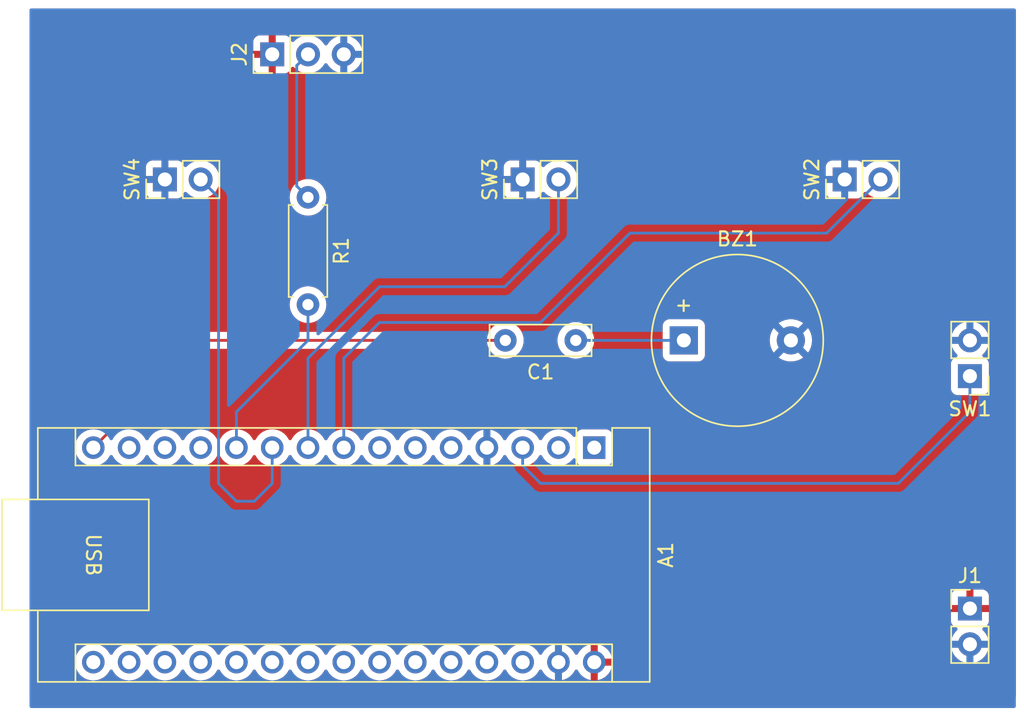
<source format=kicad_pcb>
(kicad_pcb (version 20221018) (generator pcbnew)
  (layers (0 "F.Cu" signal) (31 "B.Cu" signal) (34 "B.Paste" user) (35 "F.Paste" user) (36 "B.SilkS" user "B.Silkscreen") (37 "F.SilkS" user "F.Silkscreen") (38 "B.Mask" user) (39 "F.Mask" user) (44 "Edge.Cuts" user))
  (net 0 "")
  (net 3 "Net-(A1-~{RESET}-Pad3)")
  (net 4 "GND")
  (net 8 "Net-(A1-D5)")
  (net 9 "Net-(A1-D6)")
  (net 10 "Net-(A1-D7)")
  (net 11 "Net-(A1-D8)")
  (net 15 "Net-(A1-D12)")
  (net 27 "+5V")
  (net 29 "VCC")
  (net 30 "Net-(BZ1-+)")
  (net 31 "Net-(J2-Pin_2)")
  (footprint "Resistor_THT:R_Axial_DIN0207_L6.3mm_D2.5mm_P7.62mm_Horizontal" (layer "F.Cu") (at 119.38 85.09 -90)
    (fp_text reference "R1" (at 3.81 -2.37 -270) (layer "F.SilkS"))
    (fp_text value "500")
    (fp_line (start 0.54 -1.37) (end 7.08 -1.37) (stroke (width 0.12)) (layer "F.SilkS"))
    (fp_line (start 0.54 -1.04) (end 0.54 -1.37) (stroke (width 0.12)) (layer "F.SilkS"))
    (fp_line (start 0.54 1.04) (end 0.54 1.37) (stroke (width 0.12)) (layer "F.SilkS"))
    (fp_line (start 0.54 1.37) (end 7.08 1.37) (stroke (width 0.12)) (layer "F.SilkS"))
    (fp_line (start 7.08 -1.37) (end 7.08 -1.04) (stroke (width 0.12)) (layer "F.SilkS"))
    (fp_line (start 7.08 1.37) (end 7.08 1.04) (stroke (width 0.12)) (layer "F.SilkS"))
    (pad "1" thru_hole circle (at 0 0 270) (size 1.6 1.6) (drill 0.8) (layers "*.Cu" "*.Mask") (net 31 "Net-(J2-Pin_2)"))
    (pad "2" thru_hole oval (at 7.62 0 270) (size 1.6 1.6) (drill 0.8) (layers "*.Cu" "*.Mask") (net 11 "Net-(A1-D8)"))
  )
  (footprint "Capacitor_THT:C_Rect_L7.0mm_W2.0mm_P5.00mm" (layer "F.Cu") (at 138.39 95.25 180)
    (fp_text reference "C1" (at 2.5 -2.25) (layer "F.SilkS"))
    (fp_text value "1µF")
    (fp_line (start -1.12 -1.12) (end -1.12 1.12) (stroke (width 0.12)) (layer "F.SilkS"))
    (fp_line (start -1.12 -1.12) (end 6.12 -1.12) (stroke (width 0.12)) (layer "F.SilkS"))
    (fp_line (start -1.12 1.12) (end 6.12 1.12) (stroke (width 0.12)) (layer "F.SilkS"))
    (fp_line (start 6.12 -1.12) (end 6.12 1.12) (stroke (width 0.12)) (layer "F.SilkS"))
    (pad "1" thru_hole circle (at 0 0 180) (size 1.6 1.6) (drill 0.8) (layers "*.Cu" "*.Mask") (net 30 "Net-(BZ1-+)"))
    (pad "2" thru_hole circle (at 5 0 180) (size 1.6 1.6) (drill 0.8) (layers "*.Cu" "*.Mask") (net 15 "Net-(A1-D12)"))
  )
  (footprint "Connector_PinHeader_2.54mm:PinHeader_1x02_P2.54mm_Vertical" (layer "F.Cu") (at 166.37 97.79 180)
    (fp_text reference "SW1" (at 0 -2.33) (layer "F.SilkS"))
    (fp_text value "reset")
    (fp_line (start -1.33 -1.33) (end 0 -1.33) (stroke (width 0.12)) (layer "F.SilkS"))
    (fp_line (start -1.33 0) (end -1.33 -1.33) (stroke (width 0.12)) (layer "F.SilkS"))
    (fp_line (start -1.33 1.27) (end -1.33 3.87) (stroke (width 0.12)) (layer "F.SilkS"))
    (fp_line (start -1.33 1.27) (end 1.33 1.27) (stroke (width 0.12)) (layer "F.SilkS"))
    (fp_line (start -1.33 3.87) (end 1.33 3.87) (stroke (width 0.12)) (layer "F.SilkS"))
    (fp_line (start 1.33 1.27) (end 1.33 3.87) (stroke (width 0.12)) (layer "F.SilkS"))
    (pad "1" thru_hole rect (at 0 0 180) (size 1.7 1.7) (drill 1) (layers "*.Cu" "*.Mask") (net 3 "Net-(A1-~{RESET}-Pad3)"))
    (pad "2" thru_hole oval (at 0 2.54 180) (size 1.7 1.7) (drill 1) (layers "*.Cu" "*.Mask") (net 4 "GND"))
  )
  (footprint "Connector_PinHeader_2.54mm:PinHeader_1x03_P2.54mm_Vertical" (layer "F.Cu") (at 116.84 74.93 90)
    (fp_text reference "J2" (at 0 -2.33 90) (layer "F.SilkS"))
    (fp_text value "neo")
    (fp_line (start -1.33 -1.33) (end 0 -1.33) (stroke (width 0.12)) (layer "F.SilkS"))
    (fp_line (start -1.33 0) (end -1.33 -1.33) (stroke (width 0.12)) (layer "F.SilkS"))
    (fp_line (start -1.33 1.27) (end -1.33 6.41) (stroke (width 0.12)) (layer "F.SilkS"))
    (fp_line (start -1.33 1.27) (end 1.33 1.27) (stroke (width 0.12)) (layer "F.SilkS"))
    (fp_line (start -1.33 6.41) (end 1.33 6.41) (stroke (width 0.12)) (layer "F.SilkS"))
    (fp_line (start 1.33 1.27) (end 1.33 6.41) (stroke (width 0.12)) (layer "F.SilkS"))
    (pad "1" thru_hole rect (at 0 0 90) (size 1.7 1.7) (drill 1) (layers "*.Cu" "*.Mask") (net 29 "VCC"))
    (pad "2" thru_hole oval (at 0 2.54 90) (size 1.7 1.7) (drill 1) (layers "*.Cu" "*.Mask") (net 31 "Net-(J2-Pin_2)"))
    (pad "3" thru_hole oval (at 0 5.08 90) (size 1.7 1.7) (drill 1) (layers "*.Cu" "*.Mask") (net 4 "GND"))
  )
  (footprint "Connector_PinHeader_2.54mm:PinHeader_1x02_P2.54mm_Vertical" (layer "F.Cu") (at 134.62 83.82 90)
    (fp_text reference "SW3" (at 0 -2.33 90) (layer "F.SilkS"))
    (fp_text value "down")
    (fp_line (start -1.33 -1.33) (end 0 -1.33) (stroke (width 0.12)) (layer "F.SilkS"))
    (fp_line (start -1.33 0) (end -1.33 -1.33) (stroke (width 0.12)) (layer "F.SilkS"))
    (fp_line (start -1.33 1.27) (end -1.33 3.87) (stroke (width 0.12)) (layer "F.SilkS"))
    (fp_line (start -1.33 1.27) (end 1.33 1.27) (stroke (width 0.12)) (layer "F.SilkS"))
    (fp_line (start -1.33 3.87) (end 1.33 3.87) (stroke (width 0.12)) (layer "F.SilkS"))
    (fp_line (start 1.33 1.27) (end 1.33 3.87) (stroke (width 0.12)) (layer "F.SilkS"))
    (pad "1" thru_hole rect (at 0 0 90) (size 1.7 1.7) (drill 1) (layers "*.Cu" "*.Mask") (net 4 "GND"))
    (pad "2" thru_hole oval (at 0 2.54 90) (size 1.7 1.7) (drill 1) (layers "*.Cu" "*.Mask") (net 9 "Net-(A1-D6)"))
  )
  (footprint "Connector_PinHeader_2.54mm:PinHeader_1x02_P2.54mm_Vertical" (layer "F.Cu") (at 166.37 114.3)
    (fp_text reference "J1" (at 0 -2.33) (layer "F.SilkS"))
    (fp_text value "5-7V DC")
    (fp_line (start -1.33 -1.33) (end 0 -1.33) (stroke (width 0.12)) (layer "F.SilkS"))
    (fp_line (start -1.33 0) (end -1.33 -1.33) (stroke (width 0.12)) (layer "F.SilkS"))
    (fp_line (start -1.33 1.27) (end -1.33 3.87) (stroke (width 0.12)) (layer "F.SilkS"))
    (fp_line (start -1.33 1.27) (end 1.33 1.27) (stroke (width 0.12)) (layer "F.SilkS"))
    (fp_line (start -1.33 3.87) (end 1.33 3.87) (stroke (width 0.12)) (layer "F.SilkS"))
    (fp_line (start 1.33 1.27) (end 1.33 3.87) (stroke (width 0.12)) (layer "F.SilkS"))
    (pad "1" thru_hole rect (at 0 0) (size 1.7 1.7) (drill 1) (layers "*.Cu" "*.Mask") (net 29 "VCC"))
    (pad "2" thru_hole oval (at 0 2.54) (size 1.7 1.7) (drill 1) (layers "*.Cu" "*.Mask") (net 4 "GND"))
  )
  (footprint "Buzzer_Beeper:Buzzer_12x9.5RM7.6" (layer "F.Cu") (at 146.06 95.25)
    (fp_text reference "BZ1" (at 3.8 -7.2) (layer "F.SilkS"))
    (fp_text value "Buzzer")
    (fp_text user "+" (at -0.01 -2.54) (layer "F.SilkS"))
    (fp_circle (center 3.8 0) (end 9.9 0) (stroke (width 0.12)) (fill none) (layer "F.SilkS"))
    (pad "1" thru_hole rect (at 0 0) (size 2 2) (drill 1) (layers "*.Cu" "*.Mask") (net 30 "Net-(BZ1-+)"))
    (pad "2" thru_hole circle (at 7.6 0) (size 2 2) (drill 1) (layers "*.Cu" "*.Mask") (net 4 "GND"))
  )
  (footprint "Connector_PinHeader_2.54mm:PinHeader_1x02_P2.54mm_Vertical" (layer "F.Cu") (at 109.22 83.82 90)
    (fp_text reference "SW4" (at 0 -2.33 90) (layer "F.SilkS"))
    (fp_text value "left")
    (fp_line (start -1.33 -1.33) (end 0 -1.33) (stroke (width 0.12)) (layer "F.SilkS"))
    (fp_line (start -1.33 0) (end -1.33 -1.33) (stroke (width 0.12)) (layer "F.SilkS"))
    (fp_line (start -1.33 1.27) (end -1.33 3.87) (stroke (width 0.12)) (layer "F.SilkS"))
    (fp_line (start -1.33 1.27) (end 1.33 1.27) (stroke (width 0.12)) (layer "F.SilkS"))
    (fp_line (start -1.33 3.87) (end 1.33 3.87) (stroke (width 0.12)) (layer "F.SilkS"))
    (fp_line (start 1.33 1.27) (end 1.33 3.87) (stroke (width 0.12)) (layer "F.SilkS"))
    (pad "1" thru_hole rect (at 0 0 90) (size 1.7 1.7) (drill 1) (layers "*.Cu" "*.Mask") (net 4 "GND"))
    (pad "2" thru_hole oval (at 0 2.54 90) (size 1.7 1.7) (drill 1) (layers "*.Cu" "*.Mask") (net 10 "Net-(A1-D7)"))
  )
  (footprint "Connector_PinHeader_2.54mm:PinHeader_1x02_P2.54mm_Vertical" (layer "F.Cu") (at 157.48 83.82 90)
    (fp_text reference "SW2" (at 0 -2.33 90) (layer "F.SilkS"))
    (fp_text value "right")
    (fp_line (start -1.33 -1.33) (end 0 -1.33) (stroke (width 0.12)) (layer "F.SilkS"))
    (fp_line (start -1.33 0) (end -1.33 -1.33) (stroke (width 0.12)) (layer "F.SilkS"))
    (fp_line (start -1.33 1.27) (end -1.33 3.87) (stroke (width 0.12)) (layer "F.SilkS"))
    (fp_line (start -1.33 1.27) (end 1.33 1.27) (stroke (width 0.12)) (layer "F.SilkS"))
    (fp_line (start -1.33 3.87) (end 1.33 3.87) (stroke (width 0.12)) (layer "F.SilkS"))
    (fp_line (start 1.33 1.27) (end 1.33 3.87) (stroke (width 0.12)) (layer "F.SilkS"))
    (pad "1" thru_hole rect (at 0 0 90) (size 1.7 1.7) (drill 1) (layers "*.Cu" "*.Mask") (net 4 "GND"))
    (pad "2" thru_hole oval (at 0 2.54 90) (size 1.7 1.7) (drill 1) (layers "*.Cu" "*.Mask") (net 8 "Net-(A1-D5)"))
  )
  (footprint "Module:Arduino_Nano" (layer "F.Cu") (at 139.7 102.87 -90)
    (fp_text reference "A1" (at 7.62 -5.08 -270) (layer "F.SilkS"))
    (fp_text value "Arduino_Nano_v3.x")
    (fp_text user "USB" (at 7.62 35.56 -90 unlocked) (layer "F.SilkS"))
    (fp_line (start -1.4 -3.94) (end -1.4 -1.27) (stroke (width 0.12)) (layer "F.SilkS"))
    (fp_line (start -1.4 1.27) (end -1.4 39.5) (stroke (width 0.12)) (layer "F.SilkS"))
    (fp_line (start -1.4 39.5) (end 3.68 39.5) (stroke (width 0.12)) (layer "F.SilkS"))
    (fp_line (start 1.27 -1.27) (end -1.4 -1.27) (stroke (width 0.12)) (layer "F.SilkS"))
    (fp_line (start 1.27 1.27) (end -1.4 1.27) (stroke (width 0.12)) (layer "F.SilkS"))
    (fp_line (start 1.27 1.27) (end 1.27 -1.27) (stroke (width 0.12)) (layer "F.SilkS"))
    (fp_line (start 1.27 1.27) (end 1.27 36.83) (stroke (width 0.12)) (layer "F.SilkS"))
    (fp_line (start 1.27 36.83) (end -1.4 36.83) (stroke (width 0.12)) (layer "F.SilkS"))
    (fp_line (start 3.68 31.62) (end 11.56 31.62) (stroke (width 0.12)) (layer "F.SilkS"))
    (fp_line (start 3.68 42.04) (end 3.68 31.62) (stroke (width 0.12)) (layer "F.SilkS"))
    (fp_line (start 11.56 31.62) (end 11.56 42.04) (stroke (width 0.12)) (layer "F.SilkS"))
    (fp_line (start 11.56 42.04) (end 3.68 42.04) (stroke (width 0.12)) (layer "F.SilkS"))
    (fp_line (start 13.97 -1.27) (end 13.97 36.83) (stroke (width 0.12)) (layer "F.SilkS"))
    (fp_line (start 13.97 -1.27) (end 16.64 -1.27) (stroke (width 0.12)) (layer "F.SilkS"))
    (fp_line (start 13.97 36.83) (end 16.64 36.83) (stroke (width 0.12)) (layer "F.SilkS"))
    (fp_line (start 16.64 -3.94) (end -1.4 -3.94) (stroke (width 0.12)) (layer "F.SilkS"))
    (fp_line (start 16.64 39.5) (end 11.56 39.5) (stroke (width 0.12)) (layer "F.SilkS"))
    (fp_line (start 16.64 39.5) (end 16.64 -3.94) (stroke (width 0.12)) (layer "F.SilkS"))
    (pad "1" thru_hole rect (at 0 0 270) (size 1.6 1.6) (drill 1) (layers "*.Cu" "*.Mask"))
    (pad "2" thru_hole oval (at 0 2.54 270) (size 1.6 1.6) (drill 1) (layers "*.Cu" "*.Mask"))
    (pad "3" thru_hole oval (at 0 5.08 270) (size 1.6 1.6) (drill 1) (layers "*.Cu" "*.Mask") (net 3 "Net-(A1-~{RESET}-Pad3)"))
    (pad "4" thru_hole oval (at 0 7.62 270) (size 1.6 1.6) (drill 1) (layers "*.Cu" "*.Mask") (net 4 "GND"))
    (pad "5" thru_hole oval (at 0 10.16 270) (size 1.6 1.6) (drill 1) (layers "*.Cu" "*.Mask"))
    (pad "6" thru_hole oval (at 0 12.7 270) (size 1.6 1.6) (drill 1) (layers "*.Cu" "*.Mask"))
    (pad "7" thru_hole oval (at 0 15.24 270) (size 1.6 1.6) (drill 1) (layers "*.Cu" "*.Mask"))
    (pad "8" thru_hole oval (at 0 17.78 270) (size 1.6 1.6) (drill 1) (layers "*.Cu" "*.Mask") (net 8 "Net-(A1-D5)"))
    (pad "9" thru_hole oval (at 0 20.32 270) (size 1.6 1.6) (drill 1) (layers "*.Cu" "*.Mask") (net 9 "Net-(A1-D6)"))
    (pad "10" thru_hole oval (at 0 22.86 270) (size 1.6 1.6) (drill 1) (layers "*.Cu" "*.Mask") (net 10 "Net-(A1-D7)"))
    (pad "11" thru_hole oval (at 0 25.4 270) (size 1.6 1.6) (drill 1) (layers "*.Cu" "*.Mask") (net 11 "Net-(A1-D8)"))
    (pad "12" thru_hole oval (at 0 27.94 270) (size 1.6 1.6) (drill 1) (layers "*.Cu" "*.Mask"))
    (pad "13" thru_hole oval (at 0 30.48 270) (size 1.6 1.6) (drill 1) (layers "*.Cu" "*.Mask"))
    (pad "14" thru_hole oval (at 0 33.02 270) (size 1.6 1.6) (drill 1) (layers "*.Cu" "*.Mask"))
    (pad "15" thru_hole oval (at 0 35.56 270) (size 1.6 1.6) (drill 1) (layers "*.Cu" "*.Mask") (net 15 "Net-(A1-D12)"))
    (pad "16" thru_hole oval (at 15.24 35.56 270) (size 1.6 1.6) (drill 1) (layers "*.Cu" "*.Mask"))
    (pad "17" thru_hole oval (at 15.24 33.02 270) (size 1.6 1.6) (drill 1) (layers "*.Cu" "*.Mask"))
    (pad "18" thru_hole oval (at 15.24 30.48 270) (size 1.6 1.6) (drill 1) (layers "*.Cu" "*.Mask"))
    (pad "19" thru_hole oval (at 15.24 27.94 270) (size 1.6 1.6) (drill 1) (layers "*.Cu" "*.Mask"))
    (pad "20" thru_hole oval (at 15.24 25.4 270) (size 1.6 1.6) (drill 1) (layers "*.Cu" "*.Mask"))
    (pad "21" thru_hole oval (at 15.24 22.86 270) (size 1.6 1.6) (drill 1) (layers "*.Cu" "*.Mask"))
    (pad "22" thru_hole oval (at 15.24 20.32 270) (size 1.6 1.6) (drill 1) (layers "*.Cu" "*.Mask"))
    (pad "23" thru_hole oval (at 15.24 17.78 270) (size 1.6 1.6) (drill 1) (layers "*.Cu" "*.Mask"))
    (pad "24" thru_hole oval (at 15.24 15.24 270) (size 1.6 1.6) (drill 1) (layers "*.Cu" "*.Mask"))
    (pad "25" thru_hole oval (at 15.24 12.7 270) (size 1.6 1.6) (drill 1) (layers "*.Cu" "*.Mask"))
    (pad "26" thru_hole oval (at 15.24 10.16 270) (size 1.6 1.6) (drill 1) (layers "*.Cu" "*.Mask"))
    (pad "27" thru_hole oval (at 15.24 7.62 270) (size 1.6 1.6) (drill 1) (layers "*.Cu" "*.Mask") (net 27 "+5V"))
    (pad "28" thru_hole oval (at 15.24 5.08 270) (size 1.6 1.6) (drill 1) (layers "*.Cu" "*.Mask"))
    (pad "29" thru_hole oval (at 15.24 2.54 270) (size 1.6 1.6) (drill 1) (layers "*.Cu" "*.Mask") (net 4 "GND"))
    (pad "30" thru_hole oval (at 15.24 0 270) (size 1.6 1.6) (drill 1) (layers "*.Cu" "*.Mask") (net 29 "VCC"))
  )
  (segment (start 134.62 104.14) (end 134.62 102.87) (width 0.2) (layer "B.Cu") (net 3))
  (segment (start 161.29 105.41) (end 135.89 105.41) (width 0.2) (layer "B.Cu") (net 3))
  (segment (start 166.37 100.33) (end 161.29 105.41) (width 0.2) (layer "B.Cu") (net 3))
  (segment (start 135.89 105.41) (end 134.62 104.14) (width 0.2) (layer "B.Cu") (net 3))
  (segment (start 166.37 97.79) (end 166.37 100.33) (width 0.2) (layer "B.Cu") (net 3))
  (segment (start 156.21 87.63) (end 142.24 87.63) (width 0.2) (layer "B.Cu") (net 8))
  (segment (start 142.24 87.63) (end 135.89 93.98) (width 0.2) (layer "B.Cu") (net 8))
  (segment (start 135.89 93.98) (end 124.46 93.98) (width 0.2) (layer "B.Cu") (net 8))
  (segment (start 124.46 93.98) (end 121.92 96.52) (width 0.2) (layer "B.Cu") (net 8))
  (segment (start 160.02 83.82) (end 156.21 87.63) (width 0.2) (layer "B.Cu") (net 8))
  (segment (start 121.92 96.52) (end 121.92 102.87) (width 0.2) (layer "B.Cu") (net 8))
  (segment (start 137.16 87.63) (end 133.35 91.44) (width 0.2) (layer "B.Cu") (net 9))
  (segment (start 137.16 83.82) (end 137.16 87.63) (width 0.2) (layer "B.Cu") (net 9))
  (segment (start 124.46 91.44) (end 119.38 96.52) (width 0.2) (layer "B.Cu") (net 9))
  (segment (start 133.35 91.44) (end 124.46 91.44) (width 0.2) (layer "B.Cu") (net 9))
  (segment (start 119.38 96.52) (end 119.38 102.87) (width 0.2) (layer "B.Cu") (net 9))
  (segment (start 115.57 106.68) (end 116.84 105.41) (width 0.2) (layer "B.Cu") (net 10))
  (segment (start 113.03 105.41) (end 114.3 106.68) (width 0.2) (layer "B.Cu") (net 10))
  (segment (start 114.3 106.68) (end 115.57 106.68) (width 0.2) (layer "B.Cu") (net 10))
  (segment (start 116.84 105.41) (end 116.84 102.87) (width 0.2) (layer "B.Cu") (net 10))
  (segment (start 111.76 83.82) (end 113.03 85.09) (width 0.2) (layer "B.Cu") (net 10))
  (segment (start 113.03 85.09) (end 113.03 105.41) (width 0.2) (layer "B.Cu") (net 10))
  (segment (start 119.38 92.71) (end 119.38 95.25) (width 0.2) (layer "B.Cu") (net 11))
  (segment (start 114.3 100.33) (end 114.3 102.87) (width 0.2) (layer "B.Cu") (net 11))
  (segment (start 119.38 95.25) (end 114.3 100.33) (width 0.2) (layer "B.Cu") (net 11))
  (segment (start 133.39 95.25) (end 111.76 95.25) (width 0.2) (layer "F.Cu") (net 15))
  (segment (start 111.76 95.25) (end 104.14 102.87) (width 0.2) (layer "F.Cu") (net 15))
  (segment (start 146.06 95.25) (end 138.39 95.25) (width 0.2) (layer "B.Cu") (net 30))
  (segment (start 118.580001 75.729999) (end 119.38 74.93) (width 0.2) (layer "B.Cu") (net 31))
  (segment (start 118.580001 84.290001) (end 118.580001 75.729999) (width 0.2) (layer "B.Cu") (net 31))
  (segment (start 119.38 85.09) (end 118.580001 84.290001) (width 0.2) (layer "B.Cu") (net 31))
  (zone (net 29) (net_name "VCC") (layer "F.Cu") (priority 2) (connect_pads (clearance 0.5)) (min_thickness 0.25) (fill yes (thermal_gap 0.5) (thermal_bridge_width 0.5))
    (polygon (pts (xy 99.06 71.12) (xy 99.06 120.65) (xy 170.18 120.65) (xy 170.18 71.12)))
  )
  (zone (net 4) (net_name "GND") (layer "B.Cu") (priority 3) (connect_pads (clearance 0.5)) (min_thickness 0.25) (fill yes (thermal_gap 0.5) (thermal_bridge_width 0.5))
    (polygon (pts (xy 99.06 71.12) (xy 99.06 121.92) (xy 170.18 121.92) (xy 170.18 71.12)))
  )
)
</source>
